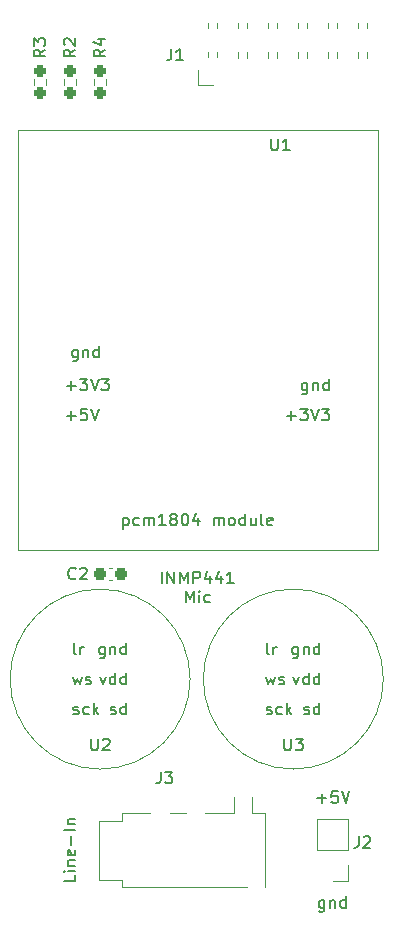
<source format=gto>
G04 #@! TF.GenerationSoftware,KiCad,Pcbnew,6.0.9-8da3e8f707~116~ubuntu20.04.1*
G04 #@! TF.CreationDate,2022-12-17T22:04:31+01:00*
G04 #@! TF.ProjectId,pcm_pmod,70636d5f-706d-46f6-942e-6b696361645f,rev?*
G04 #@! TF.SameCoordinates,Original*
G04 #@! TF.FileFunction,Legend,Top*
G04 #@! TF.FilePolarity,Positive*
%FSLAX46Y46*%
G04 Gerber Fmt 4.6, Leading zero omitted, Abs format (unit mm)*
G04 Created by KiCad (PCBNEW 6.0.9-8da3e8f707~116~ubuntu20.04.1) date 2022-12-17 22:04:31*
%MOMM*%
%LPD*%
G01*
G04 APERTURE LIST*
G04 Aperture macros list*
%AMRoundRect*
0 Rectangle with rounded corners*
0 $1 Rounding radius*
0 $2 $3 $4 $5 $6 $7 $8 $9 X,Y pos of 4 corners*
0 Add a 4 corners polygon primitive as box body*
4,1,4,$2,$3,$4,$5,$6,$7,$8,$9,$2,$3,0*
0 Add four circle primitives for the rounded corners*
1,1,$1+$1,$2,$3*
1,1,$1+$1,$4,$5*
1,1,$1+$1,$6,$7*
1,1,$1+$1,$8,$9*
0 Add four rect primitives between the rounded corners*
20,1,$1+$1,$2,$3,$4,$5,0*
20,1,$1+$1,$4,$5,$6,$7,0*
20,1,$1+$1,$6,$7,$8,$9,0*
20,1,$1+$1,$8,$9,$2,$3,0*%
G04 Aperture macros list end*
%ADD10C,0.150000*%
%ADD11C,0.120000*%
%ADD12RoundRect,0.237500X-0.237500X0.250000X-0.237500X-0.250000X0.237500X-0.250000X0.237500X0.250000X0*%
%ADD13RoundRect,0.237500X0.237500X-0.250000X0.237500X0.250000X-0.237500X0.250000X-0.237500X-0.250000X0*%
%ADD14C,1.500000*%
%ADD15R,1.200000X2.500000*%
%ADD16R,1.700000X1.700000*%
%ADD17C,1.700000*%
%ADD18RoundRect,0.237500X-0.300000X-0.237500X0.300000X-0.237500X0.300000X0.237500X-0.300000X0.237500X0*%
%ADD19O,1.700000X1.700000*%
G04 APERTURE END LIST*
D10*
X103957380Y-139279047D02*
X103957380Y-139755238D01*
X102957380Y-139755238D01*
X103957380Y-138945714D02*
X103290714Y-138945714D01*
X102957380Y-138945714D02*
X103005000Y-138993333D01*
X103052619Y-138945714D01*
X103005000Y-138898095D01*
X102957380Y-138945714D01*
X103052619Y-138945714D01*
X103290714Y-138469523D02*
X103957380Y-138469523D01*
X103385952Y-138469523D02*
X103338333Y-138421904D01*
X103290714Y-138326666D01*
X103290714Y-138183809D01*
X103338333Y-138088571D01*
X103433571Y-138040952D01*
X103957380Y-138040952D01*
X103909761Y-137183809D02*
X103957380Y-137279047D01*
X103957380Y-137469523D01*
X103909761Y-137564761D01*
X103814523Y-137612380D01*
X103433571Y-137612380D01*
X103338333Y-137564761D01*
X103290714Y-137469523D01*
X103290714Y-137279047D01*
X103338333Y-137183809D01*
X103433571Y-137136190D01*
X103528809Y-137136190D01*
X103624047Y-137612380D01*
X103576428Y-136707619D02*
X103576428Y-135945714D01*
X103957380Y-135469523D02*
X102957380Y-135469523D01*
X103290714Y-134993333D02*
X103957380Y-134993333D01*
X103385952Y-134993333D02*
X103338333Y-134945714D01*
X103290714Y-134850476D01*
X103290714Y-134707619D01*
X103338333Y-134612380D01*
X103433571Y-134564761D01*
X103957380Y-134564761D01*
X125039523Y-141390714D02*
X125039523Y-142200238D01*
X124991904Y-142295476D01*
X124944285Y-142343095D01*
X124849047Y-142390714D01*
X124706190Y-142390714D01*
X124610952Y-142343095D01*
X125039523Y-142009761D02*
X124944285Y-142057380D01*
X124753809Y-142057380D01*
X124658571Y-142009761D01*
X124610952Y-141962142D01*
X124563333Y-141866904D01*
X124563333Y-141581190D01*
X124610952Y-141485952D01*
X124658571Y-141438333D01*
X124753809Y-141390714D01*
X124944285Y-141390714D01*
X125039523Y-141438333D01*
X125515714Y-141390714D02*
X125515714Y-142057380D01*
X125515714Y-141485952D02*
X125563333Y-141438333D01*
X125658571Y-141390714D01*
X125801428Y-141390714D01*
X125896666Y-141438333D01*
X125944285Y-141533571D01*
X125944285Y-142057380D01*
X126849047Y-142057380D02*
X126849047Y-141057380D01*
X126849047Y-142009761D02*
X126753809Y-142057380D01*
X126563333Y-142057380D01*
X126468095Y-142009761D01*
X126420476Y-141962142D01*
X126372857Y-141866904D01*
X126372857Y-141581190D01*
X126420476Y-141485952D01*
X126468095Y-141438333D01*
X126563333Y-141390714D01*
X126753809Y-141390714D01*
X126849047Y-141438333D01*
X111276190Y-114582380D02*
X111276190Y-113582380D01*
X111752380Y-114582380D02*
X111752380Y-113582380D01*
X112323809Y-114582380D01*
X112323809Y-113582380D01*
X112800000Y-114582380D02*
X112800000Y-113582380D01*
X113133333Y-114296666D01*
X113466666Y-113582380D01*
X113466666Y-114582380D01*
X113942857Y-114582380D02*
X113942857Y-113582380D01*
X114323809Y-113582380D01*
X114419047Y-113630000D01*
X114466666Y-113677619D01*
X114514285Y-113772857D01*
X114514285Y-113915714D01*
X114466666Y-114010952D01*
X114419047Y-114058571D01*
X114323809Y-114106190D01*
X113942857Y-114106190D01*
X115371428Y-113915714D02*
X115371428Y-114582380D01*
X115133333Y-113534761D02*
X114895238Y-114249047D01*
X115514285Y-114249047D01*
X116323809Y-113915714D02*
X116323809Y-114582380D01*
X116085714Y-113534761D02*
X115847619Y-114249047D01*
X116466666Y-114249047D01*
X117371428Y-114582380D02*
X116800000Y-114582380D01*
X117085714Y-114582380D02*
X117085714Y-113582380D01*
X116990476Y-113725238D01*
X116895238Y-113820476D01*
X116800000Y-113868095D01*
X113300000Y-116192380D02*
X113300000Y-115192380D01*
X113633333Y-115906666D01*
X113966666Y-115192380D01*
X113966666Y-116192380D01*
X114442857Y-116192380D02*
X114442857Y-115525714D01*
X114442857Y-115192380D02*
X114395238Y-115240000D01*
X114442857Y-115287619D01*
X114490476Y-115240000D01*
X114442857Y-115192380D01*
X114442857Y-115287619D01*
X115347619Y-116144761D02*
X115252380Y-116192380D01*
X115061904Y-116192380D01*
X114966666Y-116144761D01*
X114919047Y-116097142D01*
X114871428Y-116001904D01*
X114871428Y-115716190D01*
X114919047Y-115620952D01*
X114966666Y-115573333D01*
X115061904Y-115525714D01*
X115252380Y-115525714D01*
X115347619Y-115573333D01*
X124444285Y-132786428D02*
X125206190Y-132786428D01*
X124825238Y-133167380D02*
X124825238Y-132405476D01*
X126158571Y-132167380D02*
X125682380Y-132167380D01*
X125634761Y-132643571D01*
X125682380Y-132595952D01*
X125777619Y-132548333D01*
X126015714Y-132548333D01*
X126110952Y-132595952D01*
X126158571Y-132643571D01*
X126206190Y-132738809D01*
X126206190Y-132976904D01*
X126158571Y-133072142D01*
X126110952Y-133119761D01*
X126015714Y-133167380D01*
X125777619Y-133167380D01*
X125682380Y-133119761D01*
X125634761Y-133072142D01*
X126491904Y-132167380D02*
X126825238Y-133167380D01*
X127158571Y-132167380D01*
X106497380Y-69381666D02*
X106021190Y-69715000D01*
X106497380Y-69953095D02*
X105497380Y-69953095D01*
X105497380Y-69572142D01*
X105545000Y-69476904D01*
X105592619Y-69429285D01*
X105687857Y-69381666D01*
X105830714Y-69381666D01*
X105925952Y-69429285D01*
X105973571Y-69476904D01*
X106021190Y-69572142D01*
X106021190Y-69953095D01*
X105830714Y-68524523D02*
X106497380Y-68524523D01*
X105449761Y-68762619D02*
X106164047Y-69000714D01*
X106164047Y-68381666D01*
X101417380Y-69381666D02*
X100941190Y-69715000D01*
X101417380Y-69953095D02*
X100417380Y-69953095D01*
X100417380Y-69572142D01*
X100465000Y-69476904D01*
X100512619Y-69429285D01*
X100607857Y-69381666D01*
X100750714Y-69381666D01*
X100845952Y-69429285D01*
X100893571Y-69476904D01*
X100941190Y-69572142D01*
X100941190Y-69953095D01*
X100417380Y-69048333D02*
X100417380Y-68429285D01*
X100798333Y-68762619D01*
X100798333Y-68619761D01*
X100845952Y-68524523D01*
X100893571Y-68476904D01*
X100988809Y-68429285D01*
X101226904Y-68429285D01*
X101322142Y-68476904D01*
X101369761Y-68524523D01*
X101417380Y-68619761D01*
X101417380Y-68905476D01*
X101369761Y-69000714D01*
X101322142Y-69048333D01*
X103957380Y-69381666D02*
X103481190Y-69715000D01*
X103957380Y-69953095D02*
X102957380Y-69953095D01*
X102957380Y-69572142D01*
X103005000Y-69476904D01*
X103052619Y-69429285D01*
X103147857Y-69381666D01*
X103290714Y-69381666D01*
X103385952Y-69429285D01*
X103433571Y-69476904D01*
X103481190Y-69572142D01*
X103481190Y-69953095D01*
X103052619Y-69000714D02*
X103005000Y-68953095D01*
X102957380Y-68857857D01*
X102957380Y-68619761D01*
X103005000Y-68524523D01*
X103052619Y-68476904D01*
X103147857Y-68429285D01*
X103243095Y-68429285D01*
X103385952Y-68476904D01*
X103957380Y-69048333D01*
X103957380Y-68429285D01*
X111172666Y-130516380D02*
X111172666Y-131230666D01*
X111125047Y-131373523D01*
X111029809Y-131468761D01*
X110886952Y-131516380D01*
X110791714Y-131516380D01*
X111553619Y-130516380D02*
X112172666Y-130516380D01*
X111839333Y-130897333D01*
X111982190Y-130897333D01*
X112077428Y-130944952D01*
X112125047Y-130992571D01*
X112172666Y-131087809D01*
X112172666Y-131325904D01*
X112125047Y-131421142D01*
X112077428Y-131468761D01*
X111982190Y-131516380D01*
X111696476Y-131516380D01*
X111601238Y-131468761D01*
X111553619Y-131421142D01*
X120523095Y-76922380D02*
X120523095Y-77731904D01*
X120570714Y-77827142D01*
X120618333Y-77874761D01*
X120713571Y-77922380D01*
X120904047Y-77922380D01*
X120999285Y-77874761D01*
X121046904Y-77827142D01*
X121094523Y-77731904D01*
X121094523Y-76922380D01*
X122094523Y-77922380D02*
X121523095Y-77922380D01*
X121808809Y-77922380D02*
X121808809Y-76922380D01*
X121713571Y-77065238D01*
X121618333Y-77160476D01*
X121523095Y-77208095D01*
X103205595Y-100401428D02*
X103967500Y-100401428D01*
X103586547Y-100782380D02*
X103586547Y-100020476D01*
X104919880Y-99782380D02*
X104443690Y-99782380D01*
X104396071Y-100258571D01*
X104443690Y-100210952D01*
X104538928Y-100163333D01*
X104777023Y-100163333D01*
X104872261Y-100210952D01*
X104919880Y-100258571D01*
X104967500Y-100353809D01*
X104967500Y-100591904D01*
X104919880Y-100687142D01*
X104872261Y-100734761D01*
X104777023Y-100782380D01*
X104538928Y-100782380D01*
X104443690Y-100734761D01*
X104396071Y-100687142D01*
X105253214Y-99782380D02*
X105586547Y-100782380D01*
X105919880Y-99782380D01*
X103205595Y-97861428D02*
X103967500Y-97861428D01*
X103586547Y-98242380D02*
X103586547Y-97480476D01*
X104348452Y-97242380D02*
X104967500Y-97242380D01*
X104634166Y-97623333D01*
X104777023Y-97623333D01*
X104872261Y-97670952D01*
X104919880Y-97718571D01*
X104967500Y-97813809D01*
X104967500Y-98051904D01*
X104919880Y-98147142D01*
X104872261Y-98194761D01*
X104777023Y-98242380D01*
X104491309Y-98242380D01*
X104396071Y-98194761D01*
X104348452Y-98147142D01*
X105253214Y-97242380D02*
X105586547Y-98242380D01*
X105919880Y-97242380D01*
X106157976Y-97242380D02*
X106777023Y-97242380D01*
X106443690Y-97623333D01*
X106586547Y-97623333D01*
X106681785Y-97670952D01*
X106729404Y-97718571D01*
X106777023Y-97813809D01*
X106777023Y-98051904D01*
X106729404Y-98147142D01*
X106681785Y-98194761D01*
X106586547Y-98242380D01*
X106300833Y-98242380D01*
X106205595Y-98194761D01*
X106157976Y-98147142D01*
X123584880Y-97575714D02*
X123584880Y-98385238D01*
X123537261Y-98480476D01*
X123489642Y-98528095D01*
X123394404Y-98575714D01*
X123251547Y-98575714D01*
X123156309Y-98528095D01*
X123584880Y-98194761D02*
X123489642Y-98242380D01*
X123299166Y-98242380D01*
X123203928Y-98194761D01*
X123156309Y-98147142D01*
X123108690Y-98051904D01*
X123108690Y-97766190D01*
X123156309Y-97670952D01*
X123203928Y-97623333D01*
X123299166Y-97575714D01*
X123489642Y-97575714D01*
X123584880Y-97623333D01*
X124061071Y-97575714D02*
X124061071Y-98242380D01*
X124061071Y-97670952D02*
X124108690Y-97623333D01*
X124203928Y-97575714D01*
X124346785Y-97575714D01*
X124442023Y-97623333D01*
X124489642Y-97718571D01*
X124489642Y-98242380D01*
X125394404Y-98242380D02*
X125394404Y-97242380D01*
X125394404Y-98194761D02*
X125299166Y-98242380D01*
X125108690Y-98242380D01*
X125013452Y-98194761D01*
X124965833Y-98147142D01*
X124918214Y-98051904D01*
X124918214Y-97766190D01*
X124965833Y-97670952D01*
X125013452Y-97623333D01*
X125108690Y-97575714D01*
X125299166Y-97575714D01*
X125394404Y-97623333D01*
X121870595Y-100401428D02*
X122632500Y-100401428D01*
X122251547Y-100782380D02*
X122251547Y-100020476D01*
X123013452Y-99782380D02*
X123632500Y-99782380D01*
X123299166Y-100163333D01*
X123442023Y-100163333D01*
X123537261Y-100210952D01*
X123584880Y-100258571D01*
X123632500Y-100353809D01*
X123632500Y-100591904D01*
X123584880Y-100687142D01*
X123537261Y-100734761D01*
X123442023Y-100782380D01*
X123156309Y-100782380D01*
X123061071Y-100734761D01*
X123013452Y-100687142D01*
X123918214Y-99782380D02*
X124251547Y-100782380D01*
X124584880Y-99782380D01*
X124822976Y-99782380D02*
X125442023Y-99782380D01*
X125108690Y-100163333D01*
X125251547Y-100163333D01*
X125346785Y-100210952D01*
X125394404Y-100258571D01*
X125442023Y-100353809D01*
X125442023Y-100591904D01*
X125394404Y-100687142D01*
X125346785Y-100734761D01*
X125251547Y-100782380D01*
X124965833Y-100782380D01*
X124870595Y-100734761D01*
X124822976Y-100687142D01*
X104142166Y-94781714D02*
X104142166Y-95591238D01*
X104094547Y-95686476D01*
X104046928Y-95734095D01*
X103951690Y-95781714D01*
X103808833Y-95781714D01*
X103713595Y-95734095D01*
X104142166Y-95400761D02*
X104046928Y-95448380D01*
X103856452Y-95448380D01*
X103761214Y-95400761D01*
X103713595Y-95353142D01*
X103665976Y-95257904D01*
X103665976Y-94972190D01*
X103713595Y-94876952D01*
X103761214Y-94829333D01*
X103856452Y-94781714D01*
X104046928Y-94781714D01*
X104142166Y-94829333D01*
X104618357Y-94781714D02*
X104618357Y-95448380D01*
X104618357Y-94876952D02*
X104665976Y-94829333D01*
X104761214Y-94781714D01*
X104904071Y-94781714D01*
X104999309Y-94829333D01*
X105046928Y-94924571D01*
X105046928Y-95448380D01*
X105951690Y-95448380D02*
X105951690Y-94448380D01*
X105951690Y-95400761D02*
X105856452Y-95448380D01*
X105665976Y-95448380D01*
X105570738Y-95400761D01*
X105523119Y-95353142D01*
X105475500Y-95257904D01*
X105475500Y-94972190D01*
X105523119Y-94876952D01*
X105570738Y-94829333D01*
X105665976Y-94781714D01*
X105856452Y-94781714D01*
X105951690Y-94829333D01*
X107990476Y-109005714D02*
X107990476Y-110005714D01*
X107990476Y-109053333D02*
X108085714Y-109005714D01*
X108276190Y-109005714D01*
X108371428Y-109053333D01*
X108419047Y-109100952D01*
X108466666Y-109196190D01*
X108466666Y-109481904D01*
X108419047Y-109577142D01*
X108371428Y-109624761D01*
X108276190Y-109672380D01*
X108085714Y-109672380D01*
X107990476Y-109624761D01*
X109323809Y-109624761D02*
X109228571Y-109672380D01*
X109038095Y-109672380D01*
X108942857Y-109624761D01*
X108895238Y-109577142D01*
X108847619Y-109481904D01*
X108847619Y-109196190D01*
X108895238Y-109100952D01*
X108942857Y-109053333D01*
X109038095Y-109005714D01*
X109228571Y-109005714D01*
X109323809Y-109053333D01*
X109752380Y-109672380D02*
X109752380Y-109005714D01*
X109752380Y-109100952D02*
X109800000Y-109053333D01*
X109895238Y-109005714D01*
X110038095Y-109005714D01*
X110133333Y-109053333D01*
X110180952Y-109148571D01*
X110180952Y-109672380D01*
X110180952Y-109148571D02*
X110228571Y-109053333D01*
X110323809Y-109005714D01*
X110466666Y-109005714D01*
X110561904Y-109053333D01*
X110609523Y-109148571D01*
X110609523Y-109672380D01*
X111609523Y-109672380D02*
X111038095Y-109672380D01*
X111323809Y-109672380D02*
X111323809Y-108672380D01*
X111228571Y-108815238D01*
X111133333Y-108910476D01*
X111038095Y-108958095D01*
X112180952Y-109100952D02*
X112085714Y-109053333D01*
X112038095Y-109005714D01*
X111990476Y-108910476D01*
X111990476Y-108862857D01*
X112038095Y-108767619D01*
X112085714Y-108720000D01*
X112180952Y-108672380D01*
X112371428Y-108672380D01*
X112466666Y-108720000D01*
X112514285Y-108767619D01*
X112561904Y-108862857D01*
X112561904Y-108910476D01*
X112514285Y-109005714D01*
X112466666Y-109053333D01*
X112371428Y-109100952D01*
X112180952Y-109100952D01*
X112085714Y-109148571D01*
X112038095Y-109196190D01*
X111990476Y-109291428D01*
X111990476Y-109481904D01*
X112038095Y-109577142D01*
X112085714Y-109624761D01*
X112180952Y-109672380D01*
X112371428Y-109672380D01*
X112466666Y-109624761D01*
X112514285Y-109577142D01*
X112561904Y-109481904D01*
X112561904Y-109291428D01*
X112514285Y-109196190D01*
X112466666Y-109148571D01*
X112371428Y-109100952D01*
X113180952Y-108672380D02*
X113276190Y-108672380D01*
X113371428Y-108720000D01*
X113419047Y-108767619D01*
X113466666Y-108862857D01*
X113514285Y-109053333D01*
X113514285Y-109291428D01*
X113466666Y-109481904D01*
X113419047Y-109577142D01*
X113371428Y-109624761D01*
X113276190Y-109672380D01*
X113180952Y-109672380D01*
X113085714Y-109624761D01*
X113038095Y-109577142D01*
X112990476Y-109481904D01*
X112942857Y-109291428D01*
X112942857Y-109053333D01*
X112990476Y-108862857D01*
X113038095Y-108767619D01*
X113085714Y-108720000D01*
X113180952Y-108672380D01*
X114371428Y-109005714D02*
X114371428Y-109672380D01*
X114133333Y-108624761D02*
X113895238Y-109339047D01*
X114514285Y-109339047D01*
X115657142Y-109672380D02*
X115657142Y-109005714D01*
X115657142Y-109100952D02*
X115704761Y-109053333D01*
X115800000Y-109005714D01*
X115942857Y-109005714D01*
X116038095Y-109053333D01*
X116085714Y-109148571D01*
X116085714Y-109672380D01*
X116085714Y-109148571D02*
X116133333Y-109053333D01*
X116228571Y-109005714D01*
X116371428Y-109005714D01*
X116466666Y-109053333D01*
X116514285Y-109148571D01*
X116514285Y-109672380D01*
X117133333Y-109672380D02*
X117038095Y-109624761D01*
X116990476Y-109577142D01*
X116942857Y-109481904D01*
X116942857Y-109196190D01*
X116990476Y-109100952D01*
X117038095Y-109053333D01*
X117133333Y-109005714D01*
X117276190Y-109005714D01*
X117371428Y-109053333D01*
X117419047Y-109100952D01*
X117466666Y-109196190D01*
X117466666Y-109481904D01*
X117419047Y-109577142D01*
X117371428Y-109624761D01*
X117276190Y-109672380D01*
X117133333Y-109672380D01*
X118323809Y-109672380D02*
X118323809Y-108672380D01*
X118323809Y-109624761D02*
X118228571Y-109672380D01*
X118038095Y-109672380D01*
X117942857Y-109624761D01*
X117895238Y-109577142D01*
X117847619Y-109481904D01*
X117847619Y-109196190D01*
X117895238Y-109100952D01*
X117942857Y-109053333D01*
X118038095Y-109005714D01*
X118228571Y-109005714D01*
X118323809Y-109053333D01*
X119228571Y-109005714D02*
X119228571Y-109672380D01*
X118800000Y-109005714D02*
X118800000Y-109529523D01*
X118847619Y-109624761D01*
X118942857Y-109672380D01*
X119085714Y-109672380D01*
X119180952Y-109624761D01*
X119228571Y-109577142D01*
X119847619Y-109672380D02*
X119752380Y-109624761D01*
X119704761Y-109529523D01*
X119704761Y-108672380D01*
X120609523Y-109624761D02*
X120514285Y-109672380D01*
X120323809Y-109672380D01*
X120228571Y-109624761D01*
X120180952Y-109529523D01*
X120180952Y-109148571D01*
X120228571Y-109053333D01*
X120323809Y-109005714D01*
X120514285Y-109005714D01*
X120609523Y-109053333D01*
X120657142Y-109148571D01*
X120657142Y-109243809D01*
X120180952Y-109339047D01*
X103973333Y-114149142D02*
X103925714Y-114196761D01*
X103782857Y-114244380D01*
X103687619Y-114244380D01*
X103544761Y-114196761D01*
X103449523Y-114101523D01*
X103401904Y-114006285D01*
X103354285Y-113815809D01*
X103354285Y-113672952D01*
X103401904Y-113482476D01*
X103449523Y-113387238D01*
X103544761Y-113292000D01*
X103687619Y-113244380D01*
X103782857Y-113244380D01*
X103925714Y-113292000D01*
X103973333Y-113339619D01*
X104354285Y-113339619D02*
X104401904Y-113292000D01*
X104497142Y-113244380D01*
X104735238Y-113244380D01*
X104830476Y-113292000D01*
X104878095Y-113339619D01*
X104925714Y-113434857D01*
X104925714Y-113530095D01*
X104878095Y-113672952D01*
X104306666Y-114244380D01*
X104925714Y-114244380D01*
X112061666Y-69302380D02*
X112061666Y-70016666D01*
X112014047Y-70159523D01*
X111918809Y-70254761D01*
X111775952Y-70302380D01*
X111680714Y-70302380D01*
X113061666Y-70302380D02*
X112490238Y-70302380D01*
X112775952Y-70302380D02*
X112775952Y-69302380D01*
X112680714Y-69445238D01*
X112585476Y-69540476D01*
X112490238Y-69588095D01*
X121643095Y-127722380D02*
X121643095Y-128531904D01*
X121690714Y-128627142D01*
X121738333Y-128674761D01*
X121833571Y-128722380D01*
X122024047Y-128722380D01*
X122119285Y-128674761D01*
X122166904Y-128627142D01*
X122214523Y-128531904D01*
X122214523Y-127722380D01*
X122595476Y-127722380D02*
X123214523Y-127722380D01*
X122881190Y-128103333D01*
X123024047Y-128103333D01*
X123119285Y-128150952D01*
X123166904Y-128198571D01*
X123214523Y-128293809D01*
X123214523Y-128531904D01*
X123166904Y-128627142D01*
X123119285Y-128674761D01*
X123024047Y-128722380D01*
X122738333Y-128722380D01*
X122643095Y-128674761D01*
X122595476Y-128627142D01*
X123323690Y-125626761D02*
X123418928Y-125674380D01*
X123609404Y-125674380D01*
X123704642Y-125626761D01*
X123752261Y-125531523D01*
X123752261Y-125483904D01*
X123704642Y-125388666D01*
X123609404Y-125341047D01*
X123466547Y-125341047D01*
X123371309Y-125293428D01*
X123323690Y-125198190D01*
X123323690Y-125150571D01*
X123371309Y-125055333D01*
X123466547Y-125007714D01*
X123609404Y-125007714D01*
X123704642Y-125055333D01*
X124609404Y-125674380D02*
X124609404Y-124674380D01*
X124609404Y-125626761D02*
X124514166Y-125674380D01*
X124323690Y-125674380D01*
X124228452Y-125626761D01*
X124180833Y-125579142D01*
X124133214Y-125483904D01*
X124133214Y-125198190D01*
X124180833Y-125102952D01*
X124228452Y-125055333D01*
X124323690Y-125007714D01*
X124514166Y-125007714D01*
X124609404Y-125055333D01*
X120343452Y-120594380D02*
X120248214Y-120546761D01*
X120200595Y-120451523D01*
X120200595Y-119594380D01*
X120724404Y-120594380D02*
X120724404Y-119927714D01*
X120724404Y-120118190D02*
X120772023Y-120022952D01*
X120819642Y-119975333D01*
X120914880Y-119927714D01*
X121010119Y-119927714D01*
X122799880Y-119927714D02*
X122799880Y-120737238D01*
X122752261Y-120832476D01*
X122704642Y-120880095D01*
X122609404Y-120927714D01*
X122466547Y-120927714D01*
X122371309Y-120880095D01*
X122799880Y-120546761D02*
X122704642Y-120594380D01*
X122514166Y-120594380D01*
X122418928Y-120546761D01*
X122371309Y-120499142D01*
X122323690Y-120403904D01*
X122323690Y-120118190D01*
X122371309Y-120022952D01*
X122418928Y-119975333D01*
X122514166Y-119927714D01*
X122704642Y-119927714D01*
X122799880Y-119975333D01*
X123276071Y-119927714D02*
X123276071Y-120594380D01*
X123276071Y-120022952D02*
X123323690Y-119975333D01*
X123418928Y-119927714D01*
X123561785Y-119927714D01*
X123657023Y-119975333D01*
X123704642Y-120070571D01*
X123704642Y-120594380D01*
X124609404Y-120594380D02*
X124609404Y-119594380D01*
X124609404Y-120546761D02*
X124514166Y-120594380D01*
X124323690Y-120594380D01*
X124228452Y-120546761D01*
X124180833Y-120499142D01*
X124133214Y-120403904D01*
X124133214Y-120118190D01*
X124180833Y-120022952D01*
X124228452Y-119975333D01*
X124323690Y-119927714D01*
X124514166Y-119927714D01*
X124609404Y-119975333D01*
X120152976Y-125626761D02*
X120248214Y-125674380D01*
X120438690Y-125674380D01*
X120533928Y-125626761D01*
X120581547Y-125531523D01*
X120581547Y-125483904D01*
X120533928Y-125388666D01*
X120438690Y-125341047D01*
X120295833Y-125341047D01*
X120200595Y-125293428D01*
X120152976Y-125198190D01*
X120152976Y-125150571D01*
X120200595Y-125055333D01*
X120295833Y-125007714D01*
X120438690Y-125007714D01*
X120533928Y-125055333D01*
X121438690Y-125626761D02*
X121343452Y-125674380D01*
X121152976Y-125674380D01*
X121057738Y-125626761D01*
X121010119Y-125579142D01*
X120962500Y-125483904D01*
X120962500Y-125198190D01*
X121010119Y-125102952D01*
X121057738Y-125055333D01*
X121152976Y-125007714D01*
X121343452Y-125007714D01*
X121438690Y-125055333D01*
X121867261Y-125674380D02*
X121867261Y-124674380D01*
X121962500Y-125293428D02*
X122248214Y-125674380D01*
X122248214Y-125007714D02*
X121867261Y-125388666D01*
X122418928Y-122467714D02*
X122657023Y-123134380D01*
X122895119Y-122467714D01*
X123704642Y-123134380D02*
X123704642Y-122134380D01*
X123704642Y-123086761D02*
X123609404Y-123134380D01*
X123418928Y-123134380D01*
X123323690Y-123086761D01*
X123276071Y-123039142D01*
X123228452Y-122943904D01*
X123228452Y-122658190D01*
X123276071Y-122562952D01*
X123323690Y-122515333D01*
X123418928Y-122467714D01*
X123609404Y-122467714D01*
X123704642Y-122515333D01*
X124609404Y-123134380D02*
X124609404Y-122134380D01*
X124609404Y-123086761D02*
X124514166Y-123134380D01*
X124323690Y-123134380D01*
X124228452Y-123086761D01*
X124180833Y-123039142D01*
X124133214Y-122943904D01*
X124133214Y-122658190D01*
X124180833Y-122562952D01*
X124228452Y-122515333D01*
X124323690Y-122467714D01*
X124514166Y-122467714D01*
X124609404Y-122515333D01*
X120105357Y-122467714D02*
X120295833Y-123134380D01*
X120486309Y-122658190D01*
X120676785Y-123134380D01*
X120867261Y-122467714D01*
X121200595Y-123086761D02*
X121295833Y-123134380D01*
X121486309Y-123134380D01*
X121581547Y-123086761D01*
X121629166Y-122991523D01*
X121629166Y-122943904D01*
X121581547Y-122848666D01*
X121486309Y-122801047D01*
X121343452Y-122801047D01*
X121248214Y-122753428D01*
X121200595Y-122658190D01*
X121200595Y-122610571D01*
X121248214Y-122515333D01*
X121343452Y-122467714D01*
X121486309Y-122467714D01*
X121581547Y-122515333D01*
X105283095Y-127722380D02*
X105283095Y-128531904D01*
X105330714Y-128627142D01*
X105378333Y-128674761D01*
X105473571Y-128722380D01*
X105664047Y-128722380D01*
X105759285Y-128674761D01*
X105806904Y-128627142D01*
X105854523Y-128531904D01*
X105854523Y-127722380D01*
X106283095Y-127817619D02*
X106330714Y-127770000D01*
X106425952Y-127722380D01*
X106664047Y-127722380D01*
X106759285Y-127770000D01*
X106806904Y-127817619D01*
X106854523Y-127912857D01*
X106854523Y-128008095D01*
X106806904Y-128150952D01*
X106235476Y-128722380D01*
X106854523Y-128722380D01*
X103983452Y-120594380D02*
X103888214Y-120546761D01*
X103840595Y-120451523D01*
X103840595Y-119594380D01*
X104364404Y-120594380D02*
X104364404Y-119927714D01*
X104364404Y-120118190D02*
X104412023Y-120022952D01*
X104459642Y-119975333D01*
X104554880Y-119927714D01*
X104650119Y-119927714D01*
X106439880Y-119927714D02*
X106439880Y-120737238D01*
X106392261Y-120832476D01*
X106344642Y-120880095D01*
X106249404Y-120927714D01*
X106106547Y-120927714D01*
X106011309Y-120880095D01*
X106439880Y-120546761D02*
X106344642Y-120594380D01*
X106154166Y-120594380D01*
X106058928Y-120546761D01*
X106011309Y-120499142D01*
X105963690Y-120403904D01*
X105963690Y-120118190D01*
X106011309Y-120022952D01*
X106058928Y-119975333D01*
X106154166Y-119927714D01*
X106344642Y-119927714D01*
X106439880Y-119975333D01*
X106916071Y-119927714D02*
X106916071Y-120594380D01*
X106916071Y-120022952D02*
X106963690Y-119975333D01*
X107058928Y-119927714D01*
X107201785Y-119927714D01*
X107297023Y-119975333D01*
X107344642Y-120070571D01*
X107344642Y-120594380D01*
X108249404Y-120594380D02*
X108249404Y-119594380D01*
X108249404Y-120546761D02*
X108154166Y-120594380D01*
X107963690Y-120594380D01*
X107868452Y-120546761D01*
X107820833Y-120499142D01*
X107773214Y-120403904D01*
X107773214Y-120118190D01*
X107820833Y-120022952D01*
X107868452Y-119975333D01*
X107963690Y-119927714D01*
X108154166Y-119927714D01*
X108249404Y-119975333D01*
X106963690Y-125626761D02*
X107058928Y-125674380D01*
X107249404Y-125674380D01*
X107344642Y-125626761D01*
X107392261Y-125531523D01*
X107392261Y-125483904D01*
X107344642Y-125388666D01*
X107249404Y-125341047D01*
X107106547Y-125341047D01*
X107011309Y-125293428D01*
X106963690Y-125198190D01*
X106963690Y-125150571D01*
X107011309Y-125055333D01*
X107106547Y-125007714D01*
X107249404Y-125007714D01*
X107344642Y-125055333D01*
X108249404Y-125674380D02*
X108249404Y-124674380D01*
X108249404Y-125626761D02*
X108154166Y-125674380D01*
X107963690Y-125674380D01*
X107868452Y-125626761D01*
X107820833Y-125579142D01*
X107773214Y-125483904D01*
X107773214Y-125198190D01*
X107820833Y-125102952D01*
X107868452Y-125055333D01*
X107963690Y-125007714D01*
X108154166Y-125007714D01*
X108249404Y-125055333D01*
X103792976Y-125626761D02*
X103888214Y-125674380D01*
X104078690Y-125674380D01*
X104173928Y-125626761D01*
X104221547Y-125531523D01*
X104221547Y-125483904D01*
X104173928Y-125388666D01*
X104078690Y-125341047D01*
X103935833Y-125341047D01*
X103840595Y-125293428D01*
X103792976Y-125198190D01*
X103792976Y-125150571D01*
X103840595Y-125055333D01*
X103935833Y-125007714D01*
X104078690Y-125007714D01*
X104173928Y-125055333D01*
X105078690Y-125626761D02*
X104983452Y-125674380D01*
X104792976Y-125674380D01*
X104697738Y-125626761D01*
X104650119Y-125579142D01*
X104602500Y-125483904D01*
X104602500Y-125198190D01*
X104650119Y-125102952D01*
X104697738Y-125055333D01*
X104792976Y-125007714D01*
X104983452Y-125007714D01*
X105078690Y-125055333D01*
X105507261Y-125674380D02*
X105507261Y-124674380D01*
X105602500Y-125293428D02*
X105888214Y-125674380D01*
X105888214Y-125007714D02*
X105507261Y-125388666D01*
X106058928Y-122467714D02*
X106297023Y-123134380D01*
X106535119Y-122467714D01*
X107344642Y-123134380D02*
X107344642Y-122134380D01*
X107344642Y-123086761D02*
X107249404Y-123134380D01*
X107058928Y-123134380D01*
X106963690Y-123086761D01*
X106916071Y-123039142D01*
X106868452Y-122943904D01*
X106868452Y-122658190D01*
X106916071Y-122562952D01*
X106963690Y-122515333D01*
X107058928Y-122467714D01*
X107249404Y-122467714D01*
X107344642Y-122515333D01*
X108249404Y-123134380D02*
X108249404Y-122134380D01*
X108249404Y-123086761D02*
X108154166Y-123134380D01*
X107963690Y-123134380D01*
X107868452Y-123086761D01*
X107820833Y-123039142D01*
X107773214Y-122943904D01*
X107773214Y-122658190D01*
X107820833Y-122562952D01*
X107868452Y-122515333D01*
X107963690Y-122467714D01*
X108154166Y-122467714D01*
X108249404Y-122515333D01*
X103745357Y-122467714D02*
X103935833Y-123134380D01*
X104126309Y-122658190D01*
X104316785Y-123134380D01*
X104507261Y-122467714D01*
X104840595Y-123086761D02*
X104935833Y-123134380D01*
X105126309Y-123134380D01*
X105221547Y-123086761D01*
X105269166Y-122991523D01*
X105269166Y-122943904D01*
X105221547Y-122848666D01*
X105126309Y-122801047D01*
X104983452Y-122801047D01*
X104888214Y-122753428D01*
X104840595Y-122658190D01*
X104840595Y-122610571D01*
X104888214Y-122515333D01*
X104983452Y-122467714D01*
X105126309Y-122467714D01*
X105221547Y-122515333D01*
X127936666Y-135977380D02*
X127936666Y-136691666D01*
X127889047Y-136834523D01*
X127793809Y-136929761D01*
X127650952Y-136977380D01*
X127555714Y-136977380D01*
X128365238Y-136072619D02*
X128412857Y-136025000D01*
X128508095Y-135977380D01*
X128746190Y-135977380D01*
X128841428Y-136025000D01*
X128889047Y-136072619D01*
X128936666Y-136167857D01*
X128936666Y-136263095D01*
X128889047Y-136405952D01*
X128317619Y-136977380D01*
X128936666Y-136977380D01*
D11*
X106567500Y-71857776D02*
X106567500Y-72367224D01*
X105522500Y-71857776D02*
X105522500Y-72367224D01*
X100442500Y-72367224D02*
X100442500Y-71857776D01*
X101487500Y-72367224D02*
X101487500Y-71857776D01*
X102982500Y-72367224D02*
X102982500Y-71857776D01*
X104027500Y-72367224D02*
X104027500Y-71857776D01*
X118900000Y-134060000D02*
X118900000Y-132660000D01*
X107925000Y-139660000D02*
X105925000Y-139660000D01*
X120025000Y-140260000D02*
X120025000Y-134060000D01*
X111950000Y-134060000D02*
X113300000Y-134060000D01*
X107925000Y-134660000D02*
X105925000Y-134660000D01*
X105925000Y-134660000D02*
X105925000Y-139660000D01*
X107925000Y-134060000D02*
X110300000Y-134060000D01*
X117350000Y-134060000D02*
X117350000Y-132660000D01*
X107925000Y-134060000D02*
X107925000Y-134660000D01*
X118900000Y-134060000D02*
X120025000Y-134060000D01*
X114950000Y-134060000D02*
X117350000Y-134060000D01*
X107925000Y-139660000D02*
X107925000Y-140260000D01*
X118450000Y-140260000D02*
X107925000Y-140260000D01*
X99060000Y-76200000D02*
X129540000Y-76200000D01*
X129540000Y-76200000D02*
X129540000Y-111760000D01*
X129540000Y-111760000D02*
X99060000Y-111760000D01*
X99060000Y-111760000D02*
X99060000Y-76200000D01*
X106787733Y-113282000D02*
X107080267Y-113282000D01*
X106787733Y-114302000D02*
X107080267Y-114302000D01*
X125350000Y-70077071D02*
X125350000Y-69622929D01*
X127890000Y-67537071D02*
X127890000Y-67140000D01*
X118490000Y-67537071D02*
X118490000Y-67140000D01*
X117730000Y-67537071D02*
X117730000Y-67140000D01*
X127890000Y-70077071D02*
X127890000Y-69622929D01*
X125350000Y-67537071D02*
X125350000Y-67140000D01*
X115190000Y-67537071D02*
X115190000Y-67140000D01*
X126110000Y-70077071D02*
X126110000Y-69622929D01*
X115950000Y-70010000D02*
X115950000Y-69622929D01*
X114300000Y-72390000D02*
X114300000Y-71120000D01*
X120270000Y-67537071D02*
X120270000Y-67140000D01*
X123570000Y-67537071D02*
X123570000Y-67140000D01*
X118490000Y-70077071D02*
X118490000Y-69622929D01*
X117730000Y-70077071D02*
X117730000Y-69622929D01*
X115190000Y-70010000D02*
X115190000Y-69622929D01*
X126110000Y-67537071D02*
X126110000Y-67140000D01*
X122810000Y-70077071D02*
X122810000Y-69622929D01*
X128650000Y-70077071D02*
X128650000Y-69622929D01*
X115570000Y-72390000D02*
X114300000Y-72390000D01*
X120270000Y-70077071D02*
X120270000Y-69622929D01*
X115950000Y-67537071D02*
X115950000Y-67140000D01*
X122810000Y-67537071D02*
X122810000Y-67140000D01*
X121030000Y-70077071D02*
X121030000Y-69622929D01*
X128650000Y-67537071D02*
X128650000Y-67140000D01*
X123570000Y-70077071D02*
X123570000Y-69622929D01*
X121030000Y-67537071D02*
X121030000Y-67140000D01*
X130025000Y-122682000D02*
G75*
G03*
X130025000Y-122682000I-7620000J0D01*
G01*
X113665000Y-122682000D02*
G75*
G03*
X113665000Y-122682000I-7620000J0D01*
G01*
X127060000Y-134560000D02*
X124400000Y-134560000D01*
X127060000Y-139760000D02*
X125730000Y-139760000D01*
X127060000Y-137160000D02*
X124400000Y-137160000D01*
X127060000Y-137160000D02*
X127060000Y-134560000D01*
X127060000Y-138430000D02*
X127060000Y-139760000D01*
X124400000Y-137160000D02*
X124400000Y-134560000D01*
%LPC*%
D12*
X106045000Y-71200000D03*
X106045000Y-73025000D03*
D13*
X100965000Y-73025000D03*
X100965000Y-71200000D03*
X103505000Y-73025000D03*
X103505000Y-71200000D03*
D14*
X116525000Y-137160000D03*
X109525000Y-137160000D03*
D15*
X114125000Y-133910000D03*
X111125000Y-133910000D03*
X119225000Y-140410000D03*
X118125000Y-133910000D03*
D16*
X101600000Y-87630000D03*
D17*
X101600000Y-90170000D03*
X101600000Y-92710000D03*
X101600000Y-95250000D03*
X101600000Y-97790000D03*
X101600000Y-100330000D03*
X127000000Y-100330000D03*
X127000000Y-97790000D03*
X127000000Y-95250000D03*
X127000000Y-92710000D03*
X127000000Y-90170000D03*
X127000000Y-87630000D03*
X116840000Y-77978000D03*
X114300000Y-77978000D03*
X111760000Y-77978000D03*
D18*
X106071500Y-113792000D03*
X107796500Y-113792000D03*
D16*
X115570000Y-71120000D03*
D19*
X115570000Y-68580000D03*
X118110000Y-71120000D03*
X118110000Y-68580000D03*
X120650000Y-71120000D03*
X120650000Y-68580000D03*
X123190000Y-71120000D03*
X123190000Y-68580000D03*
X125730000Y-71120000D03*
X125730000Y-68580000D03*
X128270000Y-71120000D03*
X128270000Y-68580000D03*
D16*
X118595000Y-120142000D03*
D17*
X118595000Y-122682000D03*
X118595000Y-125222000D03*
X126215000Y-125222000D03*
X126215000Y-122682000D03*
X126215000Y-120142000D03*
D16*
X102235000Y-120142000D03*
D17*
X102235000Y-122682000D03*
X102235000Y-125222000D03*
X109855000Y-125222000D03*
X109855000Y-122682000D03*
X109855000Y-120142000D03*
D16*
X125730000Y-138430000D03*
D19*
X125730000Y-135890000D03*
M02*

</source>
